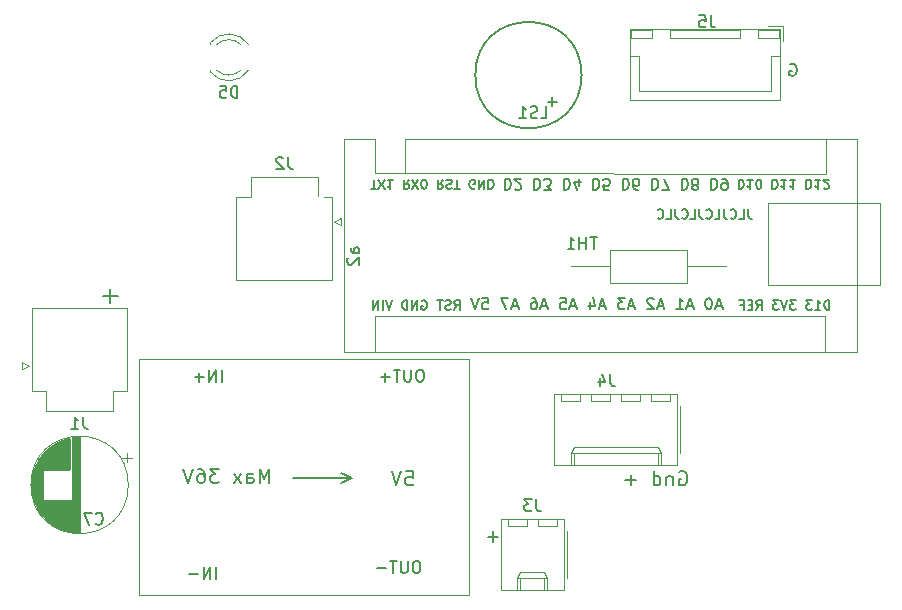
<source format=gbo>
G04 #@! TF.GenerationSoftware,KiCad,Pcbnew,(5.1.10)-1*
G04 #@! TF.CreationDate,2021-11-25T14:37:56-05:00*
G04 #@! TF.ProjectId,pid_smt_oven,7069645f-736d-4745-9f6f-76656e2e6b69,rev?*
G04 #@! TF.SameCoordinates,Original*
G04 #@! TF.FileFunction,Legend,Bot*
G04 #@! TF.FilePolarity,Positive*
%FSLAX46Y46*%
G04 Gerber Fmt 4.6, Leading zero omitted, Abs format (unit mm)*
G04 Created by KiCad (PCBNEW (5.1.10)-1) date 2021-11-25 14:37:56*
%MOMM*%
%LPD*%
G01*
G04 APERTURE LIST*
%ADD10C,0.150000*%
%ADD11C,0.180000*%
%ADD12C,0.120000*%
%ADD13C,0.200000*%
%ADD14O,2.200000X2.300000*%
%ADD15O,2.200000X2.700000*%
%ADD16O,2.300000X2.300000*%
%ADD17O,2.100000X2.100000*%
%ADD18C,2.100000*%
%ADD19C,2.300000*%
%ADD20O,3.500000X4.100000*%
G04 APERTURE END LIST*
D10*
X62395238Y-21561904D02*
X62395238Y-22133333D01*
X62433333Y-22247619D01*
X62509523Y-22323809D01*
X62623809Y-22361904D01*
X62700000Y-22361904D01*
X61633333Y-22361904D02*
X62014285Y-22361904D01*
X62014285Y-21561904D01*
X60909523Y-22285714D02*
X60947619Y-22323809D01*
X61061904Y-22361904D01*
X61138095Y-22361904D01*
X61252380Y-22323809D01*
X61328571Y-22247619D01*
X61366666Y-22171428D01*
X61404761Y-22019047D01*
X61404761Y-21904761D01*
X61366666Y-21752380D01*
X61328571Y-21676190D01*
X61252380Y-21600000D01*
X61138095Y-21561904D01*
X61061904Y-21561904D01*
X60947619Y-21600000D01*
X60909523Y-21638095D01*
X60338095Y-21561904D02*
X60338095Y-22133333D01*
X60376190Y-22247619D01*
X60452380Y-22323809D01*
X60566666Y-22361904D01*
X60642857Y-22361904D01*
X59576190Y-22361904D02*
X59957142Y-22361904D01*
X59957142Y-21561904D01*
X58852380Y-22285714D02*
X58890476Y-22323809D01*
X59004761Y-22361904D01*
X59080952Y-22361904D01*
X59195238Y-22323809D01*
X59271428Y-22247619D01*
X59309523Y-22171428D01*
X59347619Y-22019047D01*
X59347619Y-21904761D01*
X59309523Y-21752380D01*
X59271428Y-21676190D01*
X59195238Y-21600000D01*
X59080952Y-21561904D01*
X59004761Y-21561904D01*
X58890476Y-21600000D01*
X58852380Y-21638095D01*
X58280952Y-21561904D02*
X58280952Y-22133333D01*
X58319047Y-22247619D01*
X58395238Y-22323809D01*
X58509523Y-22361904D01*
X58585714Y-22361904D01*
X57519047Y-22361904D02*
X57900000Y-22361904D01*
X57900000Y-21561904D01*
X56795238Y-22285714D02*
X56833333Y-22323809D01*
X56947619Y-22361904D01*
X57023809Y-22361904D01*
X57138095Y-22323809D01*
X57214285Y-22247619D01*
X57252380Y-22171428D01*
X57290476Y-22019047D01*
X57290476Y-21904761D01*
X57252380Y-21752380D01*
X57214285Y-21676190D01*
X57138095Y-21600000D01*
X57023809Y-21561904D01*
X56947619Y-21561904D01*
X56833333Y-21600000D01*
X56795238Y-21638095D01*
X56223809Y-21561904D02*
X56223809Y-22133333D01*
X56261904Y-22247619D01*
X56338095Y-22323809D01*
X56452380Y-22361904D01*
X56528571Y-22361904D01*
X55461904Y-22361904D02*
X55842857Y-22361904D01*
X55842857Y-21561904D01*
X54738095Y-22285714D02*
X54776190Y-22323809D01*
X54890476Y-22361904D01*
X54966666Y-22361904D01*
X55080952Y-22323809D01*
X55157142Y-22247619D01*
X55195238Y-22171428D01*
X55233333Y-22019047D01*
X55233333Y-21904761D01*
X55195238Y-21752380D01*
X55157142Y-21676190D01*
X55080952Y-21600000D01*
X54966666Y-21561904D01*
X54890476Y-21561904D01*
X54776190Y-21600000D01*
X54738095Y-21638095D01*
X65938095Y-9300000D02*
X66033333Y-9252380D01*
X66176190Y-9252380D01*
X66319047Y-9300000D01*
X66414285Y-9395238D01*
X66461904Y-9490476D01*
X66509523Y-9680952D01*
X66509523Y-9823809D01*
X66461904Y-10014285D01*
X66414285Y-10109523D01*
X66319047Y-10204761D01*
X66176190Y-10252380D01*
X66080952Y-10252380D01*
X65938095Y-10204761D01*
X65890476Y-10157142D01*
X65890476Y-9823809D01*
X66080952Y-9823809D01*
X56571428Y-43800000D02*
X56685714Y-43742857D01*
X56857142Y-43742857D01*
X57028571Y-43800000D01*
X57142857Y-43914285D01*
X57200000Y-44028571D01*
X57257142Y-44257142D01*
X57257142Y-44428571D01*
X57200000Y-44657142D01*
X57142857Y-44771428D01*
X57028571Y-44885714D01*
X56857142Y-44942857D01*
X56742857Y-44942857D01*
X56571428Y-44885714D01*
X56514285Y-44828571D01*
X56514285Y-44428571D01*
X56742857Y-44428571D01*
X56000000Y-44142857D02*
X56000000Y-44942857D01*
X56000000Y-44257142D02*
X55942857Y-44200000D01*
X55828571Y-44142857D01*
X55657142Y-44142857D01*
X55542857Y-44200000D01*
X55485714Y-44314285D01*
X55485714Y-44942857D01*
X54400000Y-44942857D02*
X54400000Y-43742857D01*
X54400000Y-44885714D02*
X54514285Y-44942857D01*
X54742857Y-44942857D01*
X54857142Y-44885714D01*
X54914285Y-44828571D01*
X54971428Y-44714285D01*
X54971428Y-44371428D01*
X54914285Y-44257142D01*
X54857142Y-44200000D01*
X54742857Y-44142857D01*
X54514285Y-44142857D01*
X54400000Y-44200000D01*
X52914285Y-44485714D02*
X52000000Y-44485714D01*
X52457142Y-44942857D02*
X52457142Y-44028571D01*
X40342857Y-49285714D02*
X41257142Y-49285714D01*
X40800000Y-49742857D02*
X40800000Y-48828571D01*
D11*
X7790476Y-28914285D02*
X9009523Y-28914285D01*
X8400000Y-29523809D02*
X8400000Y-28304761D01*
D12*
G04 #@! TO.C,a2*
X73600000Y-21000000D02*
X64100000Y-21000000D01*
X73600000Y-28000000D02*
X73600000Y-21000000D01*
X64100000Y-28000000D02*
X73600000Y-28000000D01*
X64100000Y-21000000D02*
X64100000Y-28000000D01*
X28160000Y-33640000D02*
X28160000Y-15600000D01*
X71600000Y-33640000D02*
X28160000Y-33640000D01*
X71600000Y-15600000D02*
X71600000Y-33640000D01*
X69000000Y-18600000D02*
X69000000Y-15600000D01*
X33370000Y-18500000D02*
X69000000Y-18600000D01*
X33370000Y-18500000D02*
X33370000Y-15600000D01*
X68930000Y-30600000D02*
X68930000Y-33640000D01*
X30830000Y-30600000D02*
X68930000Y-30600000D01*
X30830000Y-30600000D02*
X30830000Y-33640000D01*
X28160000Y-15600000D02*
X30830000Y-15600000D01*
X33370000Y-15600000D02*
X71600000Y-15600000D01*
X30830000Y-18500000D02*
X30830000Y-15600000D01*
X33370000Y-18500000D02*
X30830000Y-18500000D01*
G04 #@! TO.C,J5*
X65060000Y-6340000D02*
X65060000Y-12310000D01*
X65060000Y-12310000D02*
X52440000Y-12310000D01*
X52440000Y-12310000D02*
X52440000Y-6340000D01*
X52440000Y-6340000D02*
X65060000Y-6340000D01*
X61750000Y-6350000D02*
X61750000Y-7100000D01*
X61750000Y-7100000D02*
X55750000Y-7100000D01*
X55750000Y-7100000D02*
X55750000Y-6350000D01*
X55750000Y-6350000D02*
X61750000Y-6350000D01*
X65050000Y-6350000D02*
X65050000Y-7100000D01*
X65050000Y-7100000D02*
X63250000Y-7100000D01*
X63250000Y-7100000D02*
X63250000Y-6350000D01*
X63250000Y-6350000D02*
X65050000Y-6350000D01*
X54250000Y-6350000D02*
X54250000Y-7100000D01*
X54250000Y-7100000D02*
X52450000Y-7100000D01*
X52450000Y-7100000D02*
X52450000Y-6350000D01*
X52450000Y-6350000D02*
X54250000Y-6350000D01*
X65050000Y-8600000D02*
X64300000Y-8600000D01*
X64300000Y-8600000D02*
X64300000Y-11550000D01*
X64300000Y-11550000D02*
X58750000Y-11550000D01*
X52450000Y-8600000D02*
X53200000Y-8600000D01*
X53200000Y-8600000D02*
X53200000Y-11550000D01*
X53200000Y-11550000D02*
X58750000Y-11550000D01*
X64100000Y-6050000D02*
X65350000Y-6050000D01*
X65350000Y-6050000D02*
X65350000Y-7300000D01*
G04 #@! TO.C,J4*
X56380000Y-37170000D02*
X56380000Y-43190000D01*
X56380000Y-43190000D02*
X46000000Y-43190000D01*
X46000000Y-43190000D02*
X46000000Y-37170000D01*
X46000000Y-37170000D02*
X56380000Y-37170000D01*
X56670000Y-38200000D02*
X56670000Y-42200000D01*
X55000000Y-43190000D02*
X55000000Y-42190000D01*
X55000000Y-42190000D02*
X47380000Y-42190000D01*
X47380000Y-42190000D02*
X47380000Y-43190000D01*
X55000000Y-42190000D02*
X54750000Y-41660000D01*
X54750000Y-41660000D02*
X47630000Y-41660000D01*
X47630000Y-41660000D02*
X47380000Y-42190000D01*
X54750000Y-43190000D02*
X54750000Y-42190000D01*
X47630000Y-43190000D02*
X47630000Y-42190000D01*
X55800000Y-37170000D02*
X55800000Y-37770000D01*
X55800000Y-37770000D02*
X54200000Y-37770000D01*
X54200000Y-37770000D02*
X54200000Y-37170000D01*
X53260000Y-37170000D02*
X53260000Y-37770000D01*
X53260000Y-37770000D02*
X51660000Y-37770000D01*
X51660000Y-37770000D02*
X51660000Y-37170000D01*
X50720000Y-37170000D02*
X50720000Y-37770000D01*
X50720000Y-37770000D02*
X49120000Y-37770000D01*
X49120000Y-37770000D02*
X49120000Y-37170000D01*
X48180000Y-37170000D02*
X48180000Y-37770000D01*
X48180000Y-37770000D02*
X46580000Y-37770000D01*
X46580000Y-37770000D02*
X46580000Y-37170000D01*
G04 #@! TO.C,J3*
X42060000Y-48370000D02*
X42060000Y-47770000D01*
X43660000Y-48370000D02*
X42060000Y-48370000D01*
X43660000Y-47770000D02*
X43660000Y-48370000D01*
X44600000Y-48370000D02*
X44600000Y-47770000D01*
X46200000Y-48370000D02*
X44600000Y-48370000D01*
X46200000Y-47770000D02*
X46200000Y-48370000D01*
X43110000Y-53790000D02*
X43110000Y-52790000D01*
X45150000Y-53790000D02*
X45150000Y-52790000D01*
X43110000Y-52260000D02*
X42860000Y-52790000D01*
X45150000Y-52260000D02*
X43110000Y-52260000D01*
X45400000Y-52790000D02*
X45150000Y-52260000D01*
X42860000Y-52790000D02*
X42860000Y-53790000D01*
X45400000Y-52790000D02*
X42860000Y-52790000D01*
X45400000Y-53790000D02*
X45400000Y-52790000D01*
X47070000Y-48800000D02*
X47070000Y-52800000D01*
X41480000Y-47770000D02*
X46780000Y-47770000D01*
X41480000Y-53790000D02*
X41480000Y-47770000D01*
X46780000Y-53790000D02*
X41480000Y-53790000D01*
X46780000Y-47770000D02*
X46780000Y-53790000D01*
D10*
G04 #@! TO.C,LS1*
X48300000Y-10200000D02*
G75*
G03*
X48300000Y-10200000I-4500000J0D01*
G01*
D12*
G04 #@! TO.C,D5*
X16870000Y-7620000D02*
X16870000Y-7464000D01*
X16870000Y-9936000D02*
X16870000Y-9780000D01*
X19471130Y-7620163D02*
G75*
G03*
X17389039Y-7620000I-1041130J-1079837D01*
G01*
X19471130Y-9779837D02*
G75*
G02*
X17389039Y-9780000I-1041130J1079837D01*
G01*
X20102335Y-7621392D02*
G75*
G03*
X16870000Y-7464484I-1672335J-1078608D01*
G01*
X20102335Y-9778608D02*
G75*
G02*
X16870000Y-9935516I-1672335J1078608D01*
G01*
D13*
G04 #@! TO.C,a1*
X28900000Y-44300000D02*
X27900000Y-43900000D01*
X28900000Y-44300000D02*
X27900000Y-44700000D01*
X23900000Y-44300000D02*
X28900000Y-44300000D01*
D12*
X10800000Y-54200000D02*
X38800000Y-54200000D01*
X38800000Y-34200000D02*
X38800000Y-54200000D01*
X10800000Y-34200000D02*
X38800000Y-34200000D01*
X10800000Y-54200000D02*
X10800000Y-34200000D01*
G04 #@! TO.C,TH1*
X50710000Y-27770000D02*
X50710000Y-25030000D01*
X50710000Y-25030000D02*
X57250000Y-25030000D01*
X57250000Y-25030000D02*
X57250000Y-27770000D01*
X57250000Y-27770000D02*
X50710000Y-27770000D01*
X47400000Y-26400000D02*
X50710000Y-26400000D01*
X60560000Y-26400000D02*
X57250000Y-26400000D01*
G04 #@! TO.C,C7*
X9809698Y-42185000D02*
X9809698Y-42985000D01*
X10209698Y-42585000D02*
X9409698Y-42585000D01*
X1719000Y-44367000D02*
X1719000Y-45433000D01*
X1759000Y-44132000D02*
X1759000Y-45668000D01*
X1799000Y-43952000D02*
X1799000Y-45848000D01*
X1839000Y-43802000D02*
X1839000Y-45998000D01*
X1879000Y-43671000D02*
X1879000Y-46129000D01*
X1919000Y-43554000D02*
X1919000Y-46246000D01*
X1959000Y-43447000D02*
X1959000Y-46353000D01*
X1999000Y-43348000D02*
X1999000Y-46452000D01*
X2039000Y-43255000D02*
X2039000Y-46545000D01*
X2079000Y-43169000D02*
X2079000Y-46631000D01*
X2119000Y-43087000D02*
X2119000Y-46713000D01*
X2159000Y-43010000D02*
X2159000Y-46790000D01*
X2199000Y-42936000D02*
X2199000Y-46864000D01*
X2239000Y-42866000D02*
X2239000Y-46934000D01*
X2279000Y-42798000D02*
X2279000Y-47002000D01*
X2319000Y-42734000D02*
X2319000Y-47066000D01*
X2359000Y-42672000D02*
X2359000Y-47128000D01*
X2399000Y-42613000D02*
X2399000Y-47187000D01*
X2439000Y-42555000D02*
X2439000Y-47245000D01*
X2479000Y-42500000D02*
X2479000Y-47300000D01*
X2519000Y-42446000D02*
X2519000Y-47354000D01*
X2559000Y-42395000D02*
X2559000Y-47405000D01*
X2599000Y-42344000D02*
X2599000Y-47456000D01*
X2639000Y-42296000D02*
X2639000Y-47504000D01*
X2679000Y-42249000D02*
X2679000Y-47551000D01*
X2719000Y-42203000D02*
X2719000Y-43600000D01*
X2759000Y-46200000D02*
X2759000Y-47641000D01*
X2799000Y-42116000D02*
X2799000Y-43600000D01*
X2839000Y-46200000D02*
X2839000Y-47726000D01*
X2879000Y-46200000D02*
X2879000Y-47767000D01*
X2879000Y-42033000D02*
X2879000Y-43600000D01*
X2919000Y-46200000D02*
X2919000Y-47807000D01*
X2919000Y-41993000D02*
X2919000Y-43600000D01*
X2959000Y-46200000D02*
X2959000Y-47845000D01*
X2959000Y-41955000D02*
X2959000Y-43600000D01*
X2999000Y-46200000D02*
X2999000Y-47883000D01*
X2999000Y-41917000D02*
X2999000Y-43600000D01*
X3039000Y-46200000D02*
X3039000Y-47919000D01*
X3039000Y-41881000D02*
X3039000Y-43600000D01*
X3079000Y-46200000D02*
X3079000Y-47955000D01*
X3079000Y-41845000D02*
X3079000Y-43600000D01*
X3119000Y-46200000D02*
X3119000Y-47990000D01*
X3119000Y-41810000D02*
X3119000Y-43600000D01*
X3159000Y-46200000D02*
X3159000Y-48024000D01*
X3159000Y-41776000D02*
X3159000Y-43600000D01*
X3199000Y-46200000D02*
X3199000Y-48056000D01*
X3199000Y-41744000D02*
X3199000Y-43600000D01*
X3239000Y-46200000D02*
X3239000Y-48089000D01*
X3239000Y-41711000D02*
X3239000Y-43600000D01*
X3279000Y-46200000D02*
X3279000Y-48120000D01*
X3279000Y-41680000D02*
X3279000Y-43600000D01*
X3319000Y-46200000D02*
X3319000Y-48150000D01*
X3319000Y-41650000D02*
X3319000Y-43600000D01*
X3359000Y-46200000D02*
X3359000Y-48180000D01*
X3359000Y-41620000D02*
X3359000Y-43600000D01*
X3399000Y-46200000D02*
X3399000Y-48209000D01*
X3399000Y-41591000D02*
X3399000Y-43600000D01*
X3439000Y-46200000D02*
X3439000Y-48238000D01*
X3439000Y-41562000D02*
X3439000Y-43600000D01*
X3479000Y-46200000D02*
X3479000Y-48265000D01*
X3479000Y-41535000D02*
X3479000Y-43600000D01*
X3519000Y-46200000D02*
X3519000Y-48292000D01*
X3519000Y-41508000D02*
X3519000Y-43600000D01*
X3559000Y-46200000D02*
X3559000Y-48318000D01*
X3559000Y-41482000D02*
X3559000Y-43600000D01*
X3599000Y-46200000D02*
X3599000Y-48344000D01*
X3599000Y-41456000D02*
X3599000Y-43600000D01*
X3639000Y-46200000D02*
X3639000Y-48369000D01*
X3639000Y-41431000D02*
X3639000Y-43600000D01*
X3679000Y-46200000D02*
X3679000Y-48393000D01*
X3679000Y-41407000D02*
X3679000Y-43600000D01*
X3719000Y-46200000D02*
X3719000Y-48417000D01*
X3719000Y-41383000D02*
X3719000Y-43600000D01*
X3759000Y-46200000D02*
X3759000Y-48440000D01*
X3759000Y-41360000D02*
X3759000Y-43600000D01*
X3799000Y-46200000D02*
X3799000Y-48462000D01*
X3799000Y-41338000D02*
X3799000Y-43600000D01*
X3839000Y-46200000D02*
X3839000Y-48484000D01*
X3839000Y-41316000D02*
X3839000Y-43600000D01*
X3879000Y-46200000D02*
X3879000Y-48506000D01*
X3879000Y-41294000D02*
X3879000Y-43600000D01*
X3919000Y-46200000D02*
X3919000Y-48527000D01*
X3919000Y-41273000D02*
X3919000Y-43600000D01*
X3959000Y-46200000D02*
X3959000Y-48547000D01*
X3959000Y-41253000D02*
X3959000Y-43600000D01*
X3999000Y-46200000D02*
X3999000Y-48566000D01*
X3999000Y-41234000D02*
X3999000Y-43600000D01*
X4039000Y-46200000D02*
X4039000Y-48586000D01*
X4039000Y-41214000D02*
X4039000Y-43600000D01*
X4079000Y-46200000D02*
X4079000Y-48604000D01*
X4079000Y-41196000D02*
X4079000Y-43600000D01*
X4119000Y-46200000D02*
X4119000Y-48622000D01*
X4119000Y-41178000D02*
X4119000Y-43600000D01*
X4159000Y-46200000D02*
X4159000Y-48640000D01*
X4159000Y-41160000D02*
X4159000Y-43600000D01*
X4199000Y-46200000D02*
X4199000Y-48657000D01*
X4199000Y-41143000D02*
X4199000Y-43600000D01*
X4239000Y-46200000D02*
X4239000Y-48674000D01*
X4239000Y-41126000D02*
X4239000Y-43600000D01*
X4279000Y-46200000D02*
X4279000Y-48690000D01*
X4279000Y-41110000D02*
X4279000Y-43600000D01*
X4319000Y-46200000D02*
X4319000Y-48705000D01*
X4319000Y-41095000D02*
X4319000Y-43600000D01*
X4359000Y-46200000D02*
X4359000Y-48721000D01*
X4359000Y-41079000D02*
X4359000Y-43600000D01*
X4399000Y-46200000D02*
X4399000Y-48735000D01*
X4399000Y-41065000D02*
X4399000Y-43600000D01*
X4439000Y-46200000D02*
X4439000Y-48750000D01*
X4439000Y-41050000D02*
X4439000Y-43600000D01*
X4479000Y-46200000D02*
X4479000Y-48763000D01*
X4479000Y-41037000D02*
X4479000Y-43600000D01*
X4519000Y-46200000D02*
X4519000Y-48777000D01*
X4519000Y-41023000D02*
X4519000Y-43600000D01*
X4559000Y-46200000D02*
X4559000Y-48789000D01*
X4559000Y-41011000D02*
X4559000Y-43600000D01*
X4599000Y-46200000D02*
X4599000Y-48802000D01*
X4599000Y-40998000D02*
X4599000Y-43600000D01*
X4639000Y-46200000D02*
X4639000Y-48814000D01*
X4639000Y-40986000D02*
X4639000Y-43600000D01*
X4679000Y-46200000D02*
X4679000Y-48825000D01*
X4679000Y-40975000D02*
X4679000Y-43600000D01*
X4719000Y-46200000D02*
X4719000Y-48836000D01*
X4719000Y-40964000D02*
X4719000Y-43600000D01*
X4759000Y-46200000D02*
X4759000Y-48847000D01*
X4759000Y-40953000D02*
X4759000Y-43600000D01*
X4799000Y-46200000D02*
X4799000Y-48857000D01*
X4799000Y-40943000D02*
X4799000Y-43600000D01*
X4839000Y-46200000D02*
X4839000Y-48867000D01*
X4839000Y-40933000D02*
X4839000Y-43600000D01*
X4879000Y-46200000D02*
X4879000Y-48876000D01*
X4879000Y-40924000D02*
X4879000Y-43600000D01*
X4919000Y-46200000D02*
X4919000Y-48885000D01*
X4919000Y-40915000D02*
X4919000Y-43600000D01*
X4999000Y-46200000D02*
X4999000Y-48902000D01*
D13*
X5000000Y-41000000D02*
X5000000Y-43570000D01*
D12*
X5079000Y-46200000D02*
X5079000Y-48917000D01*
X5120000Y-40876000D02*
X5120000Y-48924000D01*
X5160000Y-40870000D02*
X5160000Y-48930000D01*
X5200000Y-40863000D02*
X5200000Y-48937000D01*
X5240000Y-40858000D02*
X5240000Y-48942000D01*
X5280000Y-40852000D02*
X5280000Y-48948000D01*
X5320000Y-40848000D02*
X5320000Y-48952000D01*
X5360000Y-40843000D02*
X5360000Y-48957000D01*
X5400000Y-40839000D02*
X5400000Y-48961000D01*
X5440000Y-40835000D02*
X5440000Y-48965000D01*
X5480000Y-40832000D02*
X5480000Y-48968000D01*
X5520000Y-40829000D02*
X5520000Y-48971000D01*
X5560000Y-40826000D02*
X5560000Y-48974000D01*
X5600000Y-40824000D02*
X5600000Y-48976000D01*
X5640000Y-40823000D02*
X5640000Y-48977000D01*
X5680000Y-40821000D02*
X5680000Y-48979000D01*
X5720000Y-40820000D02*
X5720000Y-48980000D01*
X5760000Y-40820000D02*
X5760000Y-48980000D01*
X5800000Y-40820000D02*
X5800000Y-48980000D01*
X9920000Y-44900000D02*
G75*
G03*
X9920000Y-44900000I-4120000J0D01*
G01*
G04 #@! TO.C,J1*
X940000Y-35100000D02*
X1540000Y-34800000D01*
X940000Y-34500000D02*
X940000Y-35100000D01*
X1540000Y-34800000D02*
X940000Y-34500000D01*
X9820000Y-29890000D02*
X1740000Y-29890000D01*
X9820000Y-36910000D02*
X9820000Y-29890000D01*
X8620000Y-36910000D02*
X9820000Y-36910000D01*
X8620000Y-38610000D02*
X8620000Y-36910000D01*
X2940000Y-38610000D02*
X8620000Y-38610000D01*
X2940000Y-36910000D02*
X2940000Y-38610000D01*
X1740000Y-36910000D02*
X2940000Y-36910000D01*
X1740000Y-29890000D02*
X1740000Y-36910000D01*
G04 #@! TO.C,J2*
X27960000Y-22300000D02*
X27360000Y-22600000D01*
X27960000Y-22900000D02*
X27960000Y-22300000D01*
X27360000Y-22600000D02*
X27960000Y-22900000D01*
X19080000Y-27510000D02*
X27160000Y-27510000D01*
X19080000Y-20490000D02*
X19080000Y-27510000D01*
X20280000Y-20490000D02*
X19080000Y-20490000D01*
X20280000Y-18790000D02*
X20280000Y-20490000D01*
X25960000Y-18790000D02*
X20280000Y-18790000D01*
X25960000Y-20490000D02*
X25960000Y-18790000D01*
X27160000Y-20490000D02*
X25960000Y-20490000D01*
X27160000Y-27510000D02*
X27160000Y-20490000D01*
G04 #@! TO.C,a2*
D10*
X29452380Y-25238095D02*
X28928571Y-25238095D01*
X28833333Y-25190476D01*
X28785714Y-25095238D01*
X28785714Y-24904761D01*
X28833333Y-24809523D01*
X29404761Y-25238095D02*
X29452380Y-25142857D01*
X29452380Y-24904761D01*
X29404761Y-24809523D01*
X29309523Y-24761904D01*
X29214285Y-24761904D01*
X29119047Y-24809523D01*
X29071428Y-24904761D01*
X29071428Y-25142857D01*
X29023809Y-25238095D01*
X28547619Y-25666666D02*
X28500000Y-25714285D01*
X28452380Y-25809523D01*
X28452380Y-26047619D01*
X28500000Y-26142857D01*
X28547619Y-26190476D01*
X28642857Y-26238095D01*
X28738095Y-26238095D01*
X28880952Y-26190476D01*
X29452380Y-25619047D01*
X29452380Y-26238095D01*
X30462857Y-19827142D02*
X30908571Y-19827142D01*
X30685714Y-19047142D02*
X30685714Y-19827142D01*
X31094285Y-19827142D02*
X31614285Y-19047142D01*
X31614285Y-19827142D02*
X31094285Y-19047142D01*
X32320000Y-19047142D02*
X31874285Y-19047142D01*
X32097142Y-19047142D02*
X32097142Y-19827142D01*
X32022857Y-19715714D01*
X31948571Y-19641428D01*
X31874285Y-19604285D01*
X33694285Y-19047142D02*
X33434285Y-19418571D01*
X33248571Y-19047142D02*
X33248571Y-19827142D01*
X33545714Y-19827142D01*
X33620000Y-19790000D01*
X33657142Y-19752857D01*
X33694285Y-19678571D01*
X33694285Y-19567142D01*
X33657142Y-19492857D01*
X33620000Y-19455714D01*
X33545714Y-19418571D01*
X33248571Y-19418571D01*
X33954285Y-19827142D02*
X34474285Y-19047142D01*
X34474285Y-19827142D02*
X33954285Y-19047142D01*
X34920000Y-19827142D02*
X34994285Y-19827142D01*
X35068571Y-19790000D01*
X35105714Y-19752857D01*
X35142857Y-19678571D01*
X35180000Y-19530000D01*
X35180000Y-19344285D01*
X35142857Y-19195714D01*
X35105714Y-19121428D01*
X35068571Y-19084285D01*
X34994285Y-19047142D01*
X34920000Y-19047142D01*
X34845714Y-19084285D01*
X34808571Y-19121428D01*
X34771428Y-19195714D01*
X34734285Y-19344285D01*
X34734285Y-19530000D01*
X34771428Y-19678571D01*
X34808571Y-19752857D01*
X34845714Y-19790000D01*
X34920000Y-19827142D01*
X36554285Y-19047142D02*
X36294285Y-19418571D01*
X36108571Y-19047142D02*
X36108571Y-19827142D01*
X36405714Y-19827142D01*
X36480000Y-19790000D01*
X36517142Y-19752857D01*
X36554285Y-19678571D01*
X36554285Y-19567142D01*
X36517142Y-19492857D01*
X36480000Y-19455714D01*
X36405714Y-19418571D01*
X36108571Y-19418571D01*
X36851428Y-19084285D02*
X36962857Y-19047142D01*
X37148571Y-19047142D01*
X37222857Y-19084285D01*
X37260000Y-19121428D01*
X37297142Y-19195714D01*
X37297142Y-19270000D01*
X37260000Y-19344285D01*
X37222857Y-19381428D01*
X37148571Y-19418571D01*
X37000000Y-19455714D01*
X36925714Y-19492857D01*
X36888571Y-19530000D01*
X36851428Y-19604285D01*
X36851428Y-19678571D01*
X36888571Y-19752857D01*
X36925714Y-19790000D01*
X37000000Y-19827142D01*
X37185714Y-19827142D01*
X37297142Y-19790000D01*
X37520000Y-19827142D02*
X37965714Y-19827142D01*
X37742857Y-19047142D02*
X37742857Y-19827142D01*
X39228571Y-19790000D02*
X39154285Y-19827142D01*
X39042857Y-19827142D01*
X38931428Y-19790000D01*
X38857142Y-19715714D01*
X38820000Y-19641428D01*
X38782857Y-19492857D01*
X38782857Y-19381428D01*
X38820000Y-19232857D01*
X38857142Y-19158571D01*
X38931428Y-19084285D01*
X39042857Y-19047142D01*
X39117142Y-19047142D01*
X39228571Y-19084285D01*
X39265714Y-19121428D01*
X39265714Y-19381428D01*
X39117142Y-19381428D01*
X39600000Y-19047142D02*
X39600000Y-19827142D01*
X40045714Y-19047142D01*
X40045714Y-19827142D01*
X40417142Y-19047142D02*
X40417142Y-19827142D01*
X40602857Y-19827142D01*
X40714285Y-19790000D01*
X40788571Y-19715714D01*
X40825714Y-19641428D01*
X40862857Y-19492857D01*
X40862857Y-19381428D01*
X40825714Y-19232857D01*
X40788571Y-19158571D01*
X40714285Y-19084285D01*
X40602857Y-19047142D01*
X40417142Y-19047142D01*
X41780952Y-18983809D02*
X41780952Y-19903809D01*
X42000000Y-19903809D01*
X42131428Y-19860000D01*
X42219047Y-19772380D01*
X42262857Y-19684761D01*
X42306666Y-19509523D01*
X42306666Y-19378095D01*
X42262857Y-19202857D01*
X42219047Y-19115238D01*
X42131428Y-19027619D01*
X42000000Y-18983809D01*
X41780952Y-18983809D01*
X42657142Y-19816190D02*
X42700952Y-19860000D01*
X42788571Y-19903809D01*
X43007619Y-19903809D01*
X43095238Y-19860000D01*
X43139047Y-19816190D01*
X43182857Y-19728571D01*
X43182857Y-19640952D01*
X43139047Y-19509523D01*
X42613333Y-18983809D01*
X43182857Y-18983809D01*
X44278095Y-18983809D02*
X44278095Y-19903809D01*
X44497142Y-19903809D01*
X44628571Y-19860000D01*
X44716190Y-19772380D01*
X44760000Y-19684761D01*
X44803809Y-19509523D01*
X44803809Y-19378095D01*
X44760000Y-19202857D01*
X44716190Y-19115238D01*
X44628571Y-19027619D01*
X44497142Y-18983809D01*
X44278095Y-18983809D01*
X45110476Y-19903809D02*
X45680000Y-19903809D01*
X45373333Y-19553333D01*
X45504761Y-19553333D01*
X45592380Y-19509523D01*
X45636190Y-19465714D01*
X45680000Y-19378095D01*
X45680000Y-19159047D01*
X45636190Y-19071428D01*
X45592380Y-19027619D01*
X45504761Y-18983809D01*
X45241904Y-18983809D01*
X45154285Y-19027619D01*
X45110476Y-19071428D01*
X46775238Y-18983809D02*
X46775238Y-19903809D01*
X46994285Y-19903809D01*
X47125714Y-19860000D01*
X47213333Y-19772380D01*
X47257142Y-19684761D01*
X47300952Y-19509523D01*
X47300952Y-19378095D01*
X47257142Y-19202857D01*
X47213333Y-19115238D01*
X47125714Y-19027619D01*
X46994285Y-18983809D01*
X46775238Y-18983809D01*
X48089523Y-19597142D02*
X48089523Y-18983809D01*
X47870476Y-19947619D02*
X47651428Y-19290476D01*
X48220952Y-19290476D01*
X49272380Y-18983809D02*
X49272380Y-19903809D01*
X49491428Y-19903809D01*
X49622857Y-19860000D01*
X49710476Y-19772380D01*
X49754285Y-19684761D01*
X49798095Y-19509523D01*
X49798095Y-19378095D01*
X49754285Y-19202857D01*
X49710476Y-19115238D01*
X49622857Y-19027619D01*
X49491428Y-18983809D01*
X49272380Y-18983809D01*
X50630476Y-19903809D02*
X50192380Y-19903809D01*
X50148571Y-19465714D01*
X50192380Y-19509523D01*
X50279999Y-19553333D01*
X50499047Y-19553333D01*
X50586666Y-19509523D01*
X50630476Y-19465714D01*
X50674285Y-19378095D01*
X50674285Y-19159047D01*
X50630476Y-19071428D01*
X50586666Y-19027619D01*
X50499047Y-18983809D01*
X50279999Y-18983809D01*
X50192380Y-19027619D01*
X50148571Y-19071428D01*
X51769523Y-18983809D02*
X51769523Y-19903809D01*
X51988571Y-19903809D01*
X52119999Y-19860000D01*
X52207619Y-19772380D01*
X52251428Y-19684761D01*
X52295238Y-19509523D01*
X52295238Y-19378095D01*
X52251428Y-19202857D01*
X52207619Y-19115238D01*
X52119999Y-19027619D01*
X51988571Y-18983809D01*
X51769523Y-18983809D01*
X53083809Y-19903809D02*
X52908571Y-19903809D01*
X52820952Y-19860000D01*
X52777142Y-19816190D01*
X52689523Y-19684761D01*
X52645714Y-19509523D01*
X52645714Y-19159047D01*
X52689523Y-19071428D01*
X52733333Y-19027619D01*
X52820952Y-18983809D01*
X52996190Y-18983809D01*
X53083809Y-19027619D01*
X53127619Y-19071428D01*
X53171428Y-19159047D01*
X53171428Y-19378095D01*
X53127619Y-19465714D01*
X53083809Y-19509523D01*
X52996190Y-19553333D01*
X52820952Y-19553333D01*
X52733333Y-19509523D01*
X52689523Y-19465714D01*
X52645714Y-19378095D01*
X54266666Y-18983809D02*
X54266666Y-19903809D01*
X54485714Y-19903809D01*
X54617142Y-19860000D01*
X54704761Y-19772380D01*
X54748571Y-19684761D01*
X54792380Y-19509523D01*
X54792380Y-19378095D01*
X54748571Y-19202857D01*
X54704761Y-19115238D01*
X54617142Y-19027619D01*
X54485714Y-18983809D01*
X54266666Y-18983809D01*
X55099047Y-19903809D02*
X55712380Y-19903809D01*
X55318095Y-18983809D01*
X56763809Y-18983809D02*
X56763809Y-19903809D01*
X56982857Y-19903809D01*
X57114285Y-19860000D01*
X57201904Y-19772380D01*
X57245714Y-19684761D01*
X57289523Y-19509523D01*
X57289523Y-19378095D01*
X57245714Y-19202857D01*
X57201904Y-19115238D01*
X57114285Y-19027619D01*
X56982857Y-18983809D01*
X56763809Y-18983809D01*
X57815238Y-19509523D02*
X57727619Y-19553333D01*
X57683809Y-19597142D01*
X57639999Y-19684761D01*
X57639999Y-19728571D01*
X57683809Y-19816190D01*
X57727619Y-19860000D01*
X57815238Y-19903809D01*
X57990476Y-19903809D01*
X58078095Y-19860000D01*
X58121904Y-19816190D01*
X58165714Y-19728571D01*
X58165714Y-19684761D01*
X58121904Y-19597142D01*
X58078095Y-19553333D01*
X57990476Y-19509523D01*
X57815238Y-19509523D01*
X57727619Y-19465714D01*
X57683809Y-19421904D01*
X57639999Y-19334285D01*
X57639999Y-19159047D01*
X57683809Y-19071428D01*
X57727619Y-19027619D01*
X57815238Y-18983809D01*
X57990476Y-18983809D01*
X58078095Y-19027619D01*
X58121904Y-19071428D01*
X58165714Y-19159047D01*
X58165714Y-19334285D01*
X58121904Y-19421904D01*
X58078095Y-19465714D01*
X57990476Y-19509523D01*
X59260952Y-18983809D02*
X59260952Y-19903809D01*
X59479999Y-19903809D01*
X59611428Y-19860000D01*
X59699047Y-19772380D01*
X59742857Y-19684761D01*
X59786666Y-19509523D01*
X59786666Y-19378095D01*
X59742857Y-19202857D01*
X59699047Y-19115238D01*
X59611428Y-19027619D01*
X59479999Y-18983809D01*
X59260952Y-18983809D01*
X60224761Y-18983809D02*
X60399999Y-18983809D01*
X60487619Y-19027619D01*
X60531428Y-19071428D01*
X60619047Y-19202857D01*
X60662857Y-19378095D01*
X60662857Y-19728571D01*
X60619047Y-19816190D01*
X60575238Y-19860000D01*
X60487619Y-19903809D01*
X60312380Y-19903809D01*
X60224761Y-19860000D01*
X60180952Y-19816190D01*
X60137142Y-19728571D01*
X60137142Y-19509523D01*
X60180952Y-19421904D01*
X60224761Y-19378095D01*
X60312380Y-19334285D01*
X60487619Y-19334285D01*
X60575238Y-19378095D01*
X60619047Y-19421904D01*
X60662857Y-19509523D01*
X61592857Y-19047142D02*
X61592857Y-19827142D01*
X61778571Y-19827142D01*
X61890000Y-19790000D01*
X61964285Y-19715714D01*
X62001428Y-19641428D01*
X62038571Y-19492857D01*
X62038571Y-19381428D01*
X62001428Y-19232857D01*
X61964285Y-19158571D01*
X61890000Y-19084285D01*
X61778571Y-19047142D01*
X61592857Y-19047142D01*
X62781428Y-19047142D02*
X62335714Y-19047142D01*
X62558571Y-19047142D02*
X62558571Y-19827142D01*
X62484285Y-19715714D01*
X62410000Y-19641428D01*
X62335714Y-19604285D01*
X63264285Y-19827142D02*
X63338571Y-19827142D01*
X63412857Y-19790000D01*
X63450000Y-19752857D01*
X63487142Y-19678571D01*
X63524285Y-19530000D01*
X63524285Y-19344285D01*
X63487142Y-19195714D01*
X63450000Y-19121428D01*
X63412857Y-19084285D01*
X63338571Y-19047142D01*
X63264285Y-19047142D01*
X63190000Y-19084285D01*
X63152857Y-19121428D01*
X63115714Y-19195714D01*
X63078571Y-19344285D01*
X63078571Y-19530000D01*
X63115714Y-19678571D01*
X63152857Y-19752857D01*
X63190000Y-19790000D01*
X63264285Y-19827142D01*
X64452857Y-19047142D02*
X64452857Y-19827142D01*
X64638571Y-19827142D01*
X64750000Y-19790000D01*
X64824285Y-19715714D01*
X64861428Y-19641428D01*
X64898571Y-19492857D01*
X64898571Y-19381428D01*
X64861428Y-19232857D01*
X64824285Y-19158571D01*
X64750000Y-19084285D01*
X64638571Y-19047142D01*
X64452857Y-19047142D01*
X65641428Y-19047142D02*
X65195714Y-19047142D01*
X65418571Y-19047142D02*
X65418571Y-19827142D01*
X65344285Y-19715714D01*
X65270000Y-19641428D01*
X65195714Y-19604285D01*
X66384285Y-19047142D02*
X65938571Y-19047142D01*
X66161428Y-19047142D02*
X66161428Y-19827142D01*
X66087142Y-19715714D01*
X66012857Y-19641428D01*
X65938571Y-19604285D01*
X67312857Y-19047142D02*
X67312857Y-19827142D01*
X67498571Y-19827142D01*
X67610000Y-19790000D01*
X67684285Y-19715714D01*
X67721428Y-19641428D01*
X67758571Y-19492857D01*
X67758571Y-19381428D01*
X67721428Y-19232857D01*
X67684285Y-19158571D01*
X67610000Y-19084285D01*
X67498571Y-19047142D01*
X67312857Y-19047142D01*
X68501428Y-19047142D02*
X68055714Y-19047142D01*
X68278571Y-19047142D02*
X68278571Y-19827142D01*
X68204285Y-19715714D01*
X68130000Y-19641428D01*
X68055714Y-19604285D01*
X68798571Y-19752857D02*
X68835714Y-19790000D01*
X68910000Y-19827142D01*
X69095714Y-19827142D01*
X69170000Y-19790000D01*
X69207142Y-19752857D01*
X69244285Y-19678571D01*
X69244285Y-19604285D01*
X69207142Y-19492857D01*
X68761428Y-19047142D01*
X69244285Y-19047142D01*
X37519047Y-30061904D02*
X37785714Y-29680952D01*
X37976190Y-30061904D02*
X37976190Y-29261904D01*
X37671428Y-29261904D01*
X37595238Y-29300000D01*
X37557142Y-29338095D01*
X37519047Y-29414285D01*
X37519047Y-29528571D01*
X37557142Y-29604761D01*
X37595238Y-29642857D01*
X37671428Y-29680952D01*
X37976190Y-29680952D01*
X37214285Y-30023809D02*
X37100000Y-30061904D01*
X36909523Y-30061904D01*
X36833333Y-30023809D01*
X36795238Y-29985714D01*
X36757142Y-29909523D01*
X36757142Y-29833333D01*
X36795238Y-29757142D01*
X36833333Y-29719047D01*
X36909523Y-29680952D01*
X37061904Y-29642857D01*
X37138095Y-29604761D01*
X37176190Y-29566666D01*
X37214285Y-29490476D01*
X37214285Y-29414285D01*
X37176190Y-29338095D01*
X37138095Y-29300000D01*
X37061904Y-29261904D01*
X36871428Y-29261904D01*
X36757142Y-29300000D01*
X36528571Y-29261904D02*
X36071428Y-29261904D01*
X36300000Y-30061904D02*
X36300000Y-29261904D01*
X34776190Y-29300000D02*
X34852380Y-29261904D01*
X34966666Y-29261904D01*
X35080952Y-29300000D01*
X35157142Y-29376190D01*
X35195238Y-29452380D01*
X35233333Y-29604761D01*
X35233333Y-29719047D01*
X35195238Y-29871428D01*
X35157142Y-29947619D01*
X35080952Y-30023809D01*
X34966666Y-30061904D01*
X34890476Y-30061904D01*
X34776190Y-30023809D01*
X34738095Y-29985714D01*
X34738095Y-29719047D01*
X34890476Y-29719047D01*
X34395238Y-30061904D02*
X34395238Y-29261904D01*
X33938095Y-30061904D01*
X33938095Y-29261904D01*
X33557142Y-30061904D02*
X33557142Y-29261904D01*
X33366666Y-29261904D01*
X33252380Y-29300000D01*
X33176190Y-29376190D01*
X33138095Y-29452380D01*
X33100000Y-29604761D01*
X33100000Y-29719047D01*
X33138095Y-29871428D01*
X33176190Y-29947619D01*
X33252380Y-30023809D01*
X33366666Y-30061904D01*
X33557142Y-30061904D01*
X32261904Y-29261904D02*
X31995238Y-30061904D01*
X31728571Y-29261904D01*
X31461904Y-30061904D02*
X31461904Y-29261904D01*
X31080952Y-30061904D02*
X31080952Y-29261904D01*
X30623809Y-30061904D01*
X30623809Y-29261904D01*
X60160000Y-29760000D02*
X59702857Y-29760000D01*
X60251428Y-30034285D02*
X59931428Y-29074285D01*
X59611428Y-30034285D01*
X59108571Y-29074285D02*
X59017142Y-29074285D01*
X58925714Y-29120000D01*
X58880000Y-29165714D01*
X58834285Y-29257142D01*
X58788571Y-29440000D01*
X58788571Y-29668571D01*
X58834285Y-29851428D01*
X58880000Y-29942857D01*
X58925714Y-29988571D01*
X59017142Y-30034285D01*
X59108571Y-30034285D01*
X59200000Y-29988571D01*
X59245714Y-29942857D01*
X59291428Y-29851428D01*
X59337142Y-29668571D01*
X59337142Y-29440000D01*
X59291428Y-29257142D01*
X59245714Y-29165714D01*
X59200000Y-29120000D01*
X59108571Y-29074285D01*
X57691428Y-29760000D02*
X57234285Y-29760000D01*
X57782857Y-30034285D02*
X57462857Y-29074285D01*
X57142857Y-30034285D01*
X56320000Y-30034285D02*
X56868571Y-30034285D01*
X56594285Y-30034285D02*
X56594285Y-29074285D01*
X56685714Y-29211428D01*
X56777142Y-29302857D01*
X56868571Y-29348571D01*
X55222857Y-29760000D02*
X54765714Y-29760000D01*
X55314285Y-30034285D02*
X54994285Y-29074285D01*
X54674285Y-30034285D01*
X54400000Y-29165714D02*
X54354285Y-29120000D01*
X54262857Y-29074285D01*
X54034285Y-29074285D01*
X53942857Y-29120000D01*
X53897142Y-29165714D01*
X53851428Y-29257142D01*
X53851428Y-29348571D01*
X53897142Y-29485714D01*
X54445714Y-30034285D01*
X53851428Y-30034285D01*
X52754285Y-29760000D02*
X52297142Y-29760000D01*
X52845714Y-30034285D02*
X52525714Y-29074285D01*
X52205714Y-30034285D01*
X51977142Y-29074285D02*
X51382857Y-29074285D01*
X51702857Y-29440000D01*
X51565714Y-29440000D01*
X51474285Y-29485714D01*
X51428571Y-29531428D01*
X51382857Y-29622857D01*
X51382857Y-29851428D01*
X51428571Y-29942857D01*
X51474285Y-29988571D01*
X51565714Y-30034285D01*
X51840000Y-30034285D01*
X51931428Y-29988571D01*
X51977142Y-29942857D01*
X50285714Y-29760000D02*
X49828571Y-29760000D01*
X50377142Y-30034285D02*
X50057142Y-29074285D01*
X49737142Y-30034285D01*
X49005714Y-29394285D02*
X49005714Y-30034285D01*
X49234285Y-29028571D02*
X49462857Y-29714285D01*
X48868571Y-29714285D01*
X47817142Y-29760000D02*
X47360000Y-29760000D01*
X47908571Y-30034285D02*
X47588571Y-29074285D01*
X47268571Y-30034285D01*
X46491428Y-29074285D02*
X46948571Y-29074285D01*
X46994285Y-29531428D01*
X46948571Y-29485714D01*
X46857142Y-29440000D01*
X46628571Y-29440000D01*
X46537142Y-29485714D01*
X46491428Y-29531428D01*
X46445714Y-29622857D01*
X46445714Y-29851428D01*
X46491428Y-29942857D01*
X46537142Y-29988571D01*
X46628571Y-30034285D01*
X46857142Y-30034285D01*
X46948571Y-29988571D01*
X46994285Y-29942857D01*
X45348571Y-29760000D02*
X44891428Y-29760000D01*
X45440000Y-30034285D02*
X45120000Y-29074285D01*
X44800000Y-30034285D01*
X44068571Y-29074285D02*
X44251428Y-29074285D01*
X44342857Y-29120000D01*
X44388571Y-29165714D01*
X44480000Y-29302857D01*
X44525714Y-29485714D01*
X44525714Y-29851428D01*
X44480000Y-29942857D01*
X44434285Y-29988571D01*
X44342857Y-30034285D01*
X44160000Y-30034285D01*
X44068571Y-29988571D01*
X44022857Y-29942857D01*
X43977142Y-29851428D01*
X43977142Y-29622857D01*
X44022857Y-29531428D01*
X44068571Y-29485714D01*
X44160000Y-29440000D01*
X44342857Y-29440000D01*
X44434285Y-29485714D01*
X44480000Y-29531428D01*
X44525714Y-29622857D01*
X42880000Y-29760000D02*
X42422857Y-29760000D01*
X42971428Y-30034285D02*
X42651428Y-29074285D01*
X42331428Y-30034285D01*
X42102857Y-29074285D02*
X41462857Y-29074285D01*
X41874285Y-30034285D01*
X39908571Y-29074285D02*
X40365714Y-29074285D01*
X40411428Y-29531428D01*
X40365714Y-29485714D01*
X40274285Y-29440000D01*
X40045714Y-29440000D01*
X39954285Y-29485714D01*
X39908571Y-29531428D01*
X39862857Y-29622857D01*
X39862857Y-29851428D01*
X39908571Y-29942857D01*
X39954285Y-29988571D01*
X40045714Y-30034285D01*
X40274285Y-30034285D01*
X40365714Y-29988571D01*
X40411428Y-29942857D01*
X39588571Y-29074285D02*
X39268571Y-30034285D01*
X38948571Y-29074285D01*
X69290476Y-30061904D02*
X69290476Y-29261904D01*
X69100000Y-29261904D01*
X68985714Y-29300000D01*
X68909523Y-29376190D01*
X68871428Y-29452380D01*
X68833333Y-29604761D01*
X68833333Y-29719047D01*
X68871428Y-29871428D01*
X68909523Y-29947619D01*
X68985714Y-30023809D01*
X69100000Y-30061904D01*
X69290476Y-30061904D01*
X68071428Y-30061904D02*
X68528571Y-30061904D01*
X68300000Y-30061904D02*
X68300000Y-29261904D01*
X68376190Y-29376190D01*
X68452380Y-29452380D01*
X68528571Y-29490476D01*
X67804761Y-29261904D02*
X67309523Y-29261904D01*
X67576190Y-29566666D01*
X67461904Y-29566666D01*
X67385714Y-29604761D01*
X67347619Y-29642857D01*
X67309523Y-29719047D01*
X67309523Y-29909523D01*
X67347619Y-29985714D01*
X67385714Y-30023809D01*
X67461904Y-30061904D01*
X67690476Y-30061904D01*
X67766666Y-30023809D01*
X67804761Y-29985714D01*
X66433333Y-29261904D02*
X65938095Y-29261904D01*
X66204761Y-29566666D01*
X66090476Y-29566666D01*
X66014285Y-29604761D01*
X65976190Y-29642857D01*
X65938095Y-29719047D01*
X65938095Y-29909523D01*
X65976190Y-29985714D01*
X66014285Y-30023809D01*
X66090476Y-30061904D01*
X66319047Y-30061904D01*
X66395238Y-30023809D01*
X66433333Y-29985714D01*
X65709523Y-29261904D02*
X65442857Y-30061904D01*
X65176190Y-29261904D01*
X64985714Y-29261904D02*
X64490476Y-29261904D01*
X64757142Y-29566666D01*
X64642857Y-29566666D01*
X64566666Y-29604761D01*
X64528571Y-29642857D01*
X64490476Y-29719047D01*
X64490476Y-29909523D01*
X64528571Y-29985714D01*
X64566666Y-30023809D01*
X64642857Y-30061904D01*
X64871428Y-30061904D01*
X64947619Y-30023809D01*
X64985714Y-29985714D01*
X63080952Y-30061904D02*
X63347619Y-29680952D01*
X63538095Y-30061904D02*
X63538095Y-29261904D01*
X63233333Y-29261904D01*
X63157142Y-29300000D01*
X63119047Y-29338095D01*
X63080952Y-29414285D01*
X63080952Y-29528571D01*
X63119047Y-29604761D01*
X63157142Y-29642857D01*
X63233333Y-29680952D01*
X63538095Y-29680952D01*
X62738095Y-29642857D02*
X62471428Y-29642857D01*
X62357142Y-30061904D02*
X62738095Y-30061904D01*
X62738095Y-29261904D01*
X62357142Y-29261904D01*
X61747619Y-29642857D02*
X62014285Y-29642857D01*
X62014285Y-30061904D02*
X62014285Y-29261904D01*
X61633333Y-29261904D01*
G04 #@! TO.C,J5*
X59233333Y-5152380D02*
X59233333Y-5866666D01*
X59280952Y-6009523D01*
X59376190Y-6104761D01*
X59519047Y-6152380D01*
X59614285Y-6152380D01*
X58280952Y-5152380D02*
X58757142Y-5152380D01*
X58804761Y-5628571D01*
X58757142Y-5580952D01*
X58661904Y-5533333D01*
X58423809Y-5533333D01*
X58328571Y-5580952D01*
X58280952Y-5628571D01*
X58233333Y-5723809D01*
X58233333Y-5961904D01*
X58280952Y-6057142D01*
X58328571Y-6104761D01*
X58423809Y-6152380D01*
X58661904Y-6152380D01*
X58757142Y-6104761D01*
X58804761Y-6057142D01*
G04 #@! TO.C,J4*
X50733333Y-35532380D02*
X50733333Y-36246666D01*
X50780952Y-36389523D01*
X50876190Y-36484761D01*
X51019047Y-36532380D01*
X51114285Y-36532380D01*
X49828571Y-35865714D02*
X49828571Y-36532380D01*
X50066666Y-35484761D02*
X50304761Y-36199047D01*
X49685714Y-36199047D01*
G04 #@! TO.C,J3*
X44463333Y-46132380D02*
X44463333Y-46846666D01*
X44510952Y-46989523D01*
X44606190Y-47084761D01*
X44749047Y-47132380D01*
X44844285Y-47132380D01*
X44082380Y-46132380D02*
X43463333Y-46132380D01*
X43796666Y-46513333D01*
X43653809Y-46513333D01*
X43558571Y-46560952D01*
X43510952Y-46608571D01*
X43463333Y-46703809D01*
X43463333Y-46941904D01*
X43510952Y-47037142D01*
X43558571Y-47084761D01*
X43653809Y-47132380D01*
X43939523Y-47132380D01*
X44034761Y-47084761D01*
X44082380Y-47037142D01*
G04 #@! TO.C,LS1*
X44842857Y-13852380D02*
X45319047Y-13852380D01*
X45319047Y-12852380D01*
X44557142Y-13804761D02*
X44414285Y-13852380D01*
X44176190Y-13852380D01*
X44080952Y-13804761D01*
X44033333Y-13757142D01*
X43985714Y-13661904D01*
X43985714Y-13566666D01*
X44033333Y-13471428D01*
X44080952Y-13423809D01*
X44176190Y-13376190D01*
X44366666Y-13328571D01*
X44461904Y-13280952D01*
X44509523Y-13233333D01*
X44557142Y-13138095D01*
X44557142Y-13042857D01*
X44509523Y-12947619D01*
X44461904Y-12900000D01*
X44366666Y-12852380D01*
X44128571Y-12852380D01*
X43985714Y-12900000D01*
X43033333Y-13852380D02*
X43604761Y-13852380D01*
X43319047Y-13852380D02*
X43319047Y-12852380D01*
X43414285Y-12995238D01*
X43509523Y-13090476D01*
X43604761Y-13138095D01*
X46180952Y-12471428D02*
X45419047Y-12471428D01*
X45800000Y-12852380D02*
X45800000Y-12090476D01*
G04 #@! TO.C,D5*
X19168095Y-12112380D02*
X19168095Y-11112380D01*
X18930000Y-11112380D01*
X18787142Y-11160000D01*
X18691904Y-11255238D01*
X18644285Y-11350476D01*
X18596666Y-11540952D01*
X18596666Y-11683809D01*
X18644285Y-11874285D01*
X18691904Y-11969523D01*
X18787142Y-12064761D01*
X18930000Y-12112380D01*
X19168095Y-12112380D01*
X17691904Y-11112380D02*
X18168095Y-11112380D01*
X18215714Y-11588571D01*
X18168095Y-11540952D01*
X18072857Y-11493333D01*
X17834761Y-11493333D01*
X17739523Y-11540952D01*
X17691904Y-11588571D01*
X17644285Y-11683809D01*
X17644285Y-11921904D01*
X17691904Y-12017142D01*
X17739523Y-12064761D01*
X17834761Y-12112380D01*
X18072857Y-12112380D01*
X18168095Y-12064761D01*
X18215714Y-12017142D01*
G04 #@! TO.C,a1*
X33428571Y-43742857D02*
X34000000Y-43742857D01*
X34057142Y-44314285D01*
X34000000Y-44257142D01*
X33885714Y-44200000D01*
X33600000Y-44200000D01*
X33485714Y-44257142D01*
X33428571Y-44314285D01*
X33371428Y-44428571D01*
X33371428Y-44714285D01*
X33428571Y-44828571D01*
X33485714Y-44885714D01*
X33600000Y-44942857D01*
X33885714Y-44942857D01*
X34000000Y-44885714D01*
X34057142Y-44828571D01*
X33028571Y-43742857D02*
X32628571Y-44942857D01*
X32228571Y-43742857D01*
X17842857Y-36152380D02*
X17842857Y-35152380D01*
X17366666Y-36152380D02*
X17366666Y-35152380D01*
X16795238Y-36152380D01*
X16795238Y-35152380D01*
X16319047Y-35771428D02*
X15557142Y-35771428D01*
X15938095Y-36152380D02*
X15938095Y-35390476D01*
X21842857Y-44742857D02*
X21842857Y-43542857D01*
X21442857Y-44400000D01*
X21042857Y-43542857D01*
X21042857Y-44742857D01*
X19957142Y-44742857D02*
X19957142Y-44114285D01*
X20014285Y-44000000D01*
X20128571Y-43942857D01*
X20357142Y-43942857D01*
X20471428Y-44000000D01*
X19957142Y-44685714D02*
X20071428Y-44742857D01*
X20357142Y-44742857D01*
X20471428Y-44685714D01*
X20528571Y-44571428D01*
X20528571Y-44457142D01*
X20471428Y-44342857D01*
X20357142Y-44285714D01*
X20071428Y-44285714D01*
X19957142Y-44228571D01*
X19500000Y-44742857D02*
X18871428Y-43942857D01*
X19500000Y-43942857D02*
X18871428Y-44742857D01*
X17614285Y-43542857D02*
X16871428Y-43542857D01*
X17271428Y-44000000D01*
X17100000Y-44000000D01*
X16985714Y-44057142D01*
X16928571Y-44114285D01*
X16871428Y-44228571D01*
X16871428Y-44514285D01*
X16928571Y-44628571D01*
X16985714Y-44685714D01*
X17100000Y-44742857D01*
X17442857Y-44742857D01*
X17557142Y-44685714D01*
X17614285Y-44628571D01*
X15842857Y-43542857D02*
X16071428Y-43542857D01*
X16185714Y-43600000D01*
X16242857Y-43657142D01*
X16357142Y-43828571D01*
X16414285Y-44057142D01*
X16414285Y-44514285D01*
X16357142Y-44628571D01*
X16300000Y-44685714D01*
X16185714Y-44742857D01*
X15957142Y-44742857D01*
X15842857Y-44685714D01*
X15785714Y-44628571D01*
X15728571Y-44514285D01*
X15728571Y-44228571D01*
X15785714Y-44114285D01*
X15842857Y-44057142D01*
X15957142Y-44000000D01*
X16185714Y-44000000D01*
X16300000Y-44057142D01*
X16357142Y-44114285D01*
X16414285Y-44228571D01*
X15385714Y-43542857D02*
X14985714Y-44742857D01*
X14585714Y-43542857D01*
X34719047Y-35152380D02*
X34528571Y-35152380D01*
X34433333Y-35200000D01*
X34338095Y-35295238D01*
X34290476Y-35485714D01*
X34290476Y-35819047D01*
X34338095Y-36009523D01*
X34433333Y-36104761D01*
X34528571Y-36152380D01*
X34719047Y-36152380D01*
X34814285Y-36104761D01*
X34909523Y-36009523D01*
X34957142Y-35819047D01*
X34957142Y-35485714D01*
X34909523Y-35295238D01*
X34814285Y-35200000D01*
X34719047Y-35152380D01*
X33861904Y-35152380D02*
X33861904Y-35961904D01*
X33814285Y-36057142D01*
X33766666Y-36104761D01*
X33671428Y-36152380D01*
X33480952Y-36152380D01*
X33385714Y-36104761D01*
X33338095Y-36057142D01*
X33290476Y-35961904D01*
X33290476Y-35152380D01*
X32957142Y-35152380D02*
X32385714Y-35152380D01*
X32671428Y-36152380D02*
X32671428Y-35152380D01*
X32052380Y-35771428D02*
X31290476Y-35771428D01*
X31671428Y-36152380D02*
X31671428Y-35390476D01*
X17342857Y-52852380D02*
X17342857Y-51852380D01*
X16866666Y-52852380D02*
X16866666Y-51852380D01*
X16295238Y-52852380D01*
X16295238Y-51852380D01*
X15819047Y-52471428D02*
X15057142Y-52471428D01*
X34419047Y-51352380D02*
X34228571Y-51352380D01*
X34133333Y-51400000D01*
X34038095Y-51495238D01*
X33990476Y-51685714D01*
X33990476Y-52019047D01*
X34038095Y-52209523D01*
X34133333Y-52304761D01*
X34228571Y-52352380D01*
X34419047Y-52352380D01*
X34514285Y-52304761D01*
X34609523Y-52209523D01*
X34657142Y-52019047D01*
X34657142Y-51685714D01*
X34609523Y-51495238D01*
X34514285Y-51400000D01*
X34419047Y-51352380D01*
X33561904Y-51352380D02*
X33561904Y-52161904D01*
X33514285Y-52257142D01*
X33466666Y-52304761D01*
X33371428Y-52352380D01*
X33180952Y-52352380D01*
X33085714Y-52304761D01*
X33038095Y-52257142D01*
X32990476Y-52161904D01*
X32990476Y-51352380D01*
X32657142Y-51352380D02*
X32085714Y-51352380D01*
X32371428Y-52352380D02*
X32371428Y-51352380D01*
X31752380Y-51971428D02*
X30990476Y-51971428D01*
G04 #@! TO.C,TH1*
X49595714Y-23902380D02*
X49024285Y-23902380D01*
X49310000Y-24902380D02*
X49310000Y-23902380D01*
X48690952Y-24902380D02*
X48690952Y-23902380D01*
X48690952Y-24378571D02*
X48119523Y-24378571D01*
X48119523Y-24902380D02*
X48119523Y-23902380D01*
X47119523Y-24902380D02*
X47690952Y-24902380D01*
X47405238Y-24902380D02*
X47405238Y-23902380D01*
X47500476Y-24045238D01*
X47595714Y-24140476D01*
X47690952Y-24188095D01*
G04 #@! TO.C,C7*
X7166666Y-48157142D02*
X7214285Y-48204761D01*
X7357142Y-48252380D01*
X7452380Y-48252380D01*
X7595238Y-48204761D01*
X7690476Y-48109523D01*
X7738095Y-48014285D01*
X7785714Y-47823809D01*
X7785714Y-47680952D01*
X7738095Y-47490476D01*
X7690476Y-47395238D01*
X7595238Y-47300000D01*
X7452380Y-47252380D01*
X7357142Y-47252380D01*
X7214285Y-47300000D01*
X7166666Y-47347619D01*
X6833333Y-47252380D02*
X6166666Y-47252380D01*
X6595238Y-48252380D01*
G04 #@! TO.C,J1*
X6113333Y-39152380D02*
X6113333Y-39866666D01*
X6160952Y-40009523D01*
X6256190Y-40104761D01*
X6399047Y-40152380D01*
X6494285Y-40152380D01*
X5113333Y-40152380D02*
X5684761Y-40152380D01*
X5399047Y-40152380D02*
X5399047Y-39152380D01*
X5494285Y-39295238D01*
X5589523Y-39390476D01*
X5684761Y-39438095D01*
G04 #@! TO.C,J2*
X23453333Y-17152380D02*
X23453333Y-17866666D01*
X23500952Y-18009523D01*
X23596190Y-18104761D01*
X23739047Y-18152380D01*
X23834285Y-18152380D01*
X23024761Y-17247619D02*
X22977142Y-17200000D01*
X22881904Y-17152380D01*
X22643809Y-17152380D01*
X22548571Y-17200000D01*
X22500952Y-17247619D01*
X22453333Y-17342857D01*
X22453333Y-17438095D01*
X22500952Y-17580952D01*
X23072380Y-18152380D01*
X22453333Y-18152380D01*
G04 #@! TD*
%LPC*%
D14*
G04 #@! TO.C,a2*
X67660000Y-32100000D03*
X67660000Y-17100000D03*
X32100000Y-32100000D03*
X65120000Y-17100000D03*
X34640000Y-32100000D03*
X62580000Y-17100000D03*
X37180000Y-32100000D03*
X60040000Y-17100000D03*
X39720000Y-32100000D03*
X57500000Y-17100000D03*
X42260000Y-32100000D03*
X54960000Y-17100000D03*
X44800000Y-32100000D03*
X52420000Y-17100000D03*
X47340000Y-32100000D03*
X49880000Y-17100000D03*
X49880000Y-32100000D03*
X47340000Y-17100000D03*
X52420000Y-32100000D03*
X44800000Y-17100000D03*
X54960000Y-32100000D03*
X42260000Y-17100000D03*
X57500000Y-32100000D03*
X39720000Y-17100000D03*
X60040000Y-32100000D03*
X37180000Y-17100000D03*
X62580000Y-32100000D03*
X34640000Y-17100000D03*
X65120000Y-32100000D03*
G36*
G01*
X31330000Y-15950000D02*
X32870000Y-15950000D01*
G75*
G02*
X33200000Y-16280000I0J-330000D01*
G01*
X33200000Y-17920000D01*
G75*
G02*
X32870000Y-18250000I-330000J0D01*
G01*
X31330000Y-18250000D01*
G75*
G02*
X31000000Y-17920000I0J330000D01*
G01*
X31000000Y-16280000D01*
G75*
G02*
X31330000Y-15950000I330000J0D01*
G01*
G37*
G04 #@! TD*
G04 #@! TO.C,J5*
X54880000Y-8800000D03*
X57420000Y-8800000D03*
G36*
G01*
X63600000Y-7973400D02*
X63600000Y-9626600D01*
G75*
G02*
X63276600Y-9950000I-323400J0D01*
G01*
X61723400Y-9950000D01*
G75*
G02*
X61400000Y-9626600I0J323400D01*
G01*
X61400000Y-7973400D01*
G75*
G02*
X61723400Y-7650000I323400J0D01*
G01*
X63276600Y-7650000D01*
G75*
G02*
X63600000Y-7973400I0J-323400D01*
G01*
G37*
X59960000Y-8800000D03*
G04 #@! TD*
D15*
G04 #@! TO.C,J4*
X47380000Y-40200000D03*
X49920000Y-40200000D03*
X52460000Y-40200000D03*
G36*
G01*
X56100000Y-39166800D02*
X56100000Y-41233200D01*
G75*
G02*
X55783200Y-41550000I-316800J0D01*
G01*
X54216800Y-41550000D01*
G75*
G02*
X53900000Y-41233200I0J316800D01*
G01*
X53900000Y-39166800D01*
G75*
G02*
X54216800Y-38850000I316800J0D01*
G01*
X55783200Y-38850000D01*
G75*
G02*
X56100000Y-39166800I0J-316800D01*
G01*
G37*
G04 #@! TD*
D14*
G04 #@! TO.C,J3*
X42860000Y-50800000D03*
G36*
G01*
X46500000Y-49966800D02*
X46500000Y-51633200D01*
G75*
G02*
X46183200Y-51950000I-316800J0D01*
G01*
X44616800Y-51950000D01*
G75*
G02*
X44300000Y-51633200I0J316800D01*
G01*
X44300000Y-49966800D01*
G75*
G02*
X44616800Y-49650000I316800J0D01*
G01*
X46183200Y-49650000D01*
G75*
G02*
X46500000Y-49966800I0J-316800D01*
G01*
G37*
G04 #@! TD*
G04 #@! TO.C,LS1*
G36*
G01*
X40550000Y-10936000D02*
X40550000Y-9464000D01*
G75*
G02*
X40964000Y-9050000I414000J0D01*
G01*
X42436000Y-9050000D01*
G75*
G02*
X42850000Y-9464000I0J-414000D01*
G01*
X42850000Y-10936000D01*
G75*
G02*
X42436000Y-11350000I-414000J0D01*
G01*
X40964000Y-11350000D01*
G75*
G02*
X40550000Y-10936000I0J414000D01*
G01*
G37*
D16*
X45900000Y-10200000D03*
G04 #@! TD*
D17*
G04 #@! TO.C,D5*
X19700000Y-8700000D03*
G36*
G01*
X16110000Y-9330000D02*
X16110000Y-8070000D01*
G75*
G02*
X16530000Y-7650000I420000J0D01*
G01*
X17790000Y-7650000D01*
G75*
G02*
X18210000Y-8070000I0J-420000D01*
G01*
X18210000Y-9330000D01*
G75*
G02*
X17790000Y-9750000I-420000J0D01*
G01*
X16530000Y-9750000D01*
G75*
G02*
X16110000Y-9330000I0J420000D01*
G01*
G37*
G04 #@! TD*
D18*
G04 #@! TO.C,a1*
X13300000Y-36450000D03*
X36300000Y-36450000D03*
X36300000Y-51950000D03*
G36*
G01*
X12250000Y-52475000D02*
X12250000Y-51425000D01*
G75*
G02*
X12775000Y-50900000I525000J0D01*
G01*
X13825000Y-50900000D01*
G75*
G02*
X14350000Y-51425000I0J-525000D01*
G01*
X14350000Y-52475000D01*
G75*
G02*
X13825000Y-53000000I-525000J0D01*
G01*
X12775000Y-53000000D01*
G75*
G02*
X12250000Y-52475000I0J525000D01*
G01*
G37*
G04 #@! TD*
G04 #@! TO.C,TH1*
X61600000Y-26400000D03*
X46360000Y-26400000D03*
G04 #@! TD*
D19*
G04 #@! TO.C,C7*
X3900000Y-44900000D03*
G36*
G01*
X8750000Y-44170000D02*
X8750000Y-45630000D01*
G75*
G02*
X8330000Y-46050000I-420000J0D01*
G01*
X7070000Y-46050000D01*
G75*
G02*
X6650000Y-45630000I0J420000D01*
G01*
X6650000Y-44170000D01*
G75*
G02*
X7070000Y-43750000I420000J0D01*
G01*
X8330000Y-43750000D01*
G75*
G02*
X8750000Y-44170000I0J-420000D01*
G01*
G37*
G04 #@! TD*
D20*
G04 #@! TO.C,J1*
X7760000Y-34800000D03*
G36*
G01*
X2100000Y-36533800D02*
X2100000Y-33066200D01*
G75*
G02*
X2416200Y-32750000I316200J0D01*
G01*
X5183800Y-32750000D01*
G75*
G02*
X5500000Y-33066200I0J-316200D01*
G01*
X5500000Y-36533800D01*
G75*
G02*
X5183800Y-36850000I-316200J0D01*
G01*
X2416200Y-36850000D01*
G75*
G02*
X2100000Y-36533800I0J316200D01*
G01*
G37*
G04 #@! TD*
G04 #@! TO.C,J2*
X21140000Y-22600000D03*
G36*
G01*
X26800000Y-20866200D02*
X26800000Y-24333800D01*
G75*
G02*
X26483800Y-24650000I-316200J0D01*
G01*
X23716200Y-24650000D01*
G75*
G02*
X23400000Y-24333800I0J316200D01*
G01*
X23400000Y-20866200D01*
G75*
G02*
X23716200Y-20550000I316200J0D01*
G01*
X26483800Y-20550000D01*
G75*
G02*
X26800000Y-20866200I0J-316200D01*
G01*
G37*
G04 #@! TD*
D18*
G04 #@! TO.C,H4*
X69000000Y-6900000D03*
G04 #@! TD*
G04 #@! TO.C,H3*
X3200000Y-6900000D03*
G04 #@! TD*
G04 #@! TO.C,H2*
X3200000Y-51600000D03*
G04 #@! TD*
G04 #@! TO.C,H1*
X69000000Y-51600000D03*
G04 #@! TD*
M02*

</source>
